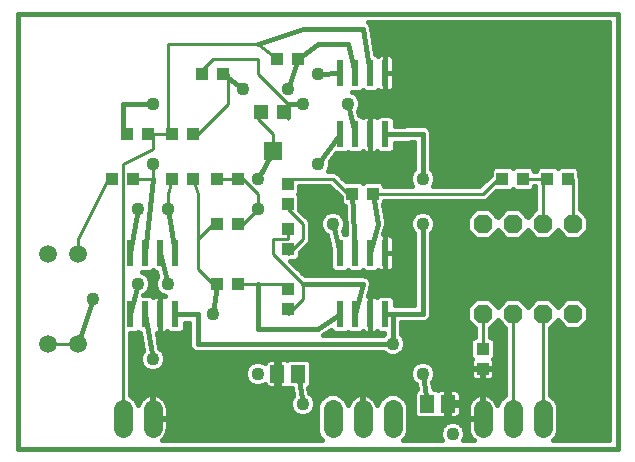
<source format=gtl>
G75*
%MOIN*%
%OFA0B0*%
%FSLAX24Y24*%
%IPPOS*%
%LPD*%
%AMOC8*
5,1,8,0,0,1.08239X$1,22.5*
%
%ADD10C,0.0160*%
%ADD11R,0.0236X0.0866*%
%ADD12OC8,0.0630*%
%ADD13R,0.0394X0.0433*%
%ADD14R,0.0433X0.0394*%
%ADD15C,0.0594*%
%ADD16R,0.0591X0.0630*%
%ADD17R,0.0472X0.0472*%
%ADD18C,0.0640*%
%ADD19R,0.0512X0.0591*%
%ADD20C,0.0100*%
%ADD21C,0.0440*%
%ADD22C,0.0436*%
D10*
X000180Y000550D02*
X020180Y000550D01*
X020180Y015050D01*
X000180Y015050D01*
X000180Y000550D01*
X003930Y002329D02*
X003930Y004393D01*
X004131Y004393D01*
X004180Y004442D01*
X004229Y004393D01*
X004253Y004393D01*
X004352Y003813D01*
X004326Y003787D01*
X004262Y003633D01*
X004262Y003467D01*
X004326Y003313D01*
X004443Y003196D01*
X004597Y003132D01*
X004763Y003132D01*
X004917Y003196D01*
X005034Y003313D01*
X005098Y003467D01*
X005098Y003633D01*
X005034Y003787D01*
X004917Y003904D01*
X004903Y003910D01*
X004818Y004413D01*
X004930Y004413D01*
X005072Y004413D01*
X005118Y004426D01*
X005159Y004449D01*
X005166Y004456D01*
X005229Y004393D01*
X005631Y004393D01*
X005748Y004510D01*
X005748Y004746D01*
X005900Y004746D01*
X005900Y003994D01*
X005943Y003891D01*
X006021Y003813D01*
X006124Y003770D01*
X012369Y003770D01*
X012443Y003696D01*
X012597Y003632D01*
X012763Y003632D01*
X012917Y003696D01*
X013034Y003813D01*
X013098Y003967D01*
X013098Y004133D01*
X013034Y004287D01*
X012960Y004361D01*
X012960Y004770D01*
X013736Y004770D01*
X013839Y004813D01*
X013917Y004891D01*
X013960Y004994D01*
X013960Y007739D01*
X014034Y007813D01*
X014098Y007967D01*
X014098Y008133D01*
X014034Y008287D01*
X013917Y008404D01*
X013763Y008468D01*
X013597Y008468D01*
X013443Y008404D01*
X013326Y008287D01*
X013262Y008133D01*
X013262Y007967D01*
X013326Y007813D01*
X013400Y007739D01*
X013400Y005330D01*
X012748Y005330D01*
X012748Y005542D01*
X012631Y005659D01*
X012229Y005659D01*
X012166Y005596D01*
X012159Y005603D01*
X012118Y005627D01*
X012072Y005639D01*
X011930Y005639D01*
X011868Y005639D01*
X011947Y005963D01*
X011960Y005994D01*
X011960Y006016D01*
X011965Y006038D01*
X011960Y006071D01*
X011960Y006106D01*
X011952Y006126D01*
X011948Y006148D01*
X011930Y006177D01*
X011917Y006209D01*
X011902Y006224D01*
X011890Y006243D01*
X011863Y006263D01*
X011839Y006287D01*
X011818Y006296D01*
X011801Y006309D01*
X011767Y006317D01*
X011736Y006330D01*
X011714Y006330D01*
X011692Y006335D01*
X011659Y006330D01*
X009754Y006330D01*
X009268Y006816D01*
X009274Y006819D01*
X009479Y006819D01*
X009597Y006936D01*
X009597Y007113D01*
X009822Y007338D01*
X009892Y007408D01*
X009930Y007500D01*
X009930Y008100D01*
X009892Y008192D01*
X009577Y008507D01*
X009577Y009015D01*
X009542Y009050D01*
X009577Y009085D01*
X009577Y009300D01*
X010576Y009300D01*
X010949Y008928D01*
X010949Y008751D01*
X011066Y008633D01*
X011083Y008633D01*
X011123Y007707D01*
X011057Y007707D01*
X011031Y007809D01*
X011034Y007813D01*
X011098Y007967D01*
X011098Y008133D01*
X011034Y008287D01*
X010917Y008404D01*
X010763Y008468D01*
X010597Y008468D01*
X010443Y008404D01*
X010326Y008287D01*
X010262Y008133D01*
X010262Y007967D01*
X010326Y007813D01*
X010443Y007696D01*
X010486Y007678D01*
X010612Y007187D01*
X010612Y006558D01*
X010729Y006441D01*
X011131Y006441D01*
X011180Y006490D01*
X011229Y006441D01*
X011631Y006441D01*
X011680Y006490D01*
X011729Y006441D01*
X012131Y006441D01*
X012194Y006504D01*
X012201Y006497D01*
X012242Y006473D01*
X012288Y006461D01*
X012430Y006461D01*
X012572Y006461D01*
X012618Y006473D01*
X012659Y006497D01*
X012692Y006530D01*
X012716Y006571D01*
X012728Y006617D01*
X012728Y007074D01*
X012728Y007530D01*
X012716Y007576D01*
X012692Y007617D01*
X012659Y007651D01*
X012618Y007674D01*
X012572Y007687D01*
X012430Y007687D01*
X012376Y007687D01*
X012438Y007930D01*
X012440Y007932D01*
X012452Y007984D01*
X012465Y008035D01*
X012465Y008038D01*
X012465Y008041D01*
X012457Y008093D01*
X012449Y008145D01*
X012448Y008148D01*
X012357Y008696D01*
X012411Y008751D01*
X012411Y008800D01*
X015730Y008800D01*
X015822Y008838D01*
X016117Y009133D01*
X016625Y009133D01*
X016680Y009188D01*
X016735Y009133D01*
X017294Y009133D01*
X017411Y009251D01*
X017411Y009300D01*
X017430Y009300D01*
X017430Y008528D01*
X017180Y008278D01*
X016893Y008565D01*
X016467Y008565D01*
X016180Y008278D01*
X015893Y008565D01*
X015467Y008565D01*
X015165Y008263D01*
X015165Y007837D01*
X015467Y007535D01*
X015893Y007535D01*
X016180Y007822D01*
X016467Y007535D01*
X016893Y007535D01*
X017180Y007822D01*
X017467Y007535D01*
X017893Y007535D01*
X018180Y007822D01*
X018467Y007535D01*
X018893Y007535D01*
X019195Y007837D01*
X019195Y008263D01*
X018930Y008528D01*
X018930Y009600D01*
X018911Y009644D01*
X018911Y009849D01*
X018794Y009967D01*
X018235Y009967D01*
X018180Y009912D01*
X018125Y009967D01*
X017566Y009967D01*
X017449Y009849D01*
X017449Y009800D01*
X017411Y009800D01*
X017411Y009849D01*
X017294Y009967D01*
X016735Y009967D01*
X016680Y009912D01*
X016625Y009967D01*
X016066Y009967D01*
X015949Y009849D01*
X015949Y009672D01*
X015576Y009300D01*
X014021Y009300D01*
X014034Y009313D01*
X014098Y009467D01*
X014098Y009633D01*
X014034Y009787D01*
X013960Y009861D01*
X013960Y011106D01*
X013917Y011209D01*
X013839Y011287D01*
X013736Y011330D01*
X013124Y011330D01*
X013067Y011306D01*
X012748Y011306D01*
X012748Y011542D01*
X012631Y011659D01*
X012229Y011659D01*
X012166Y011596D01*
X012159Y011603D01*
X012118Y011627D01*
X012072Y011639D01*
X011930Y011639D01*
X011788Y011639D01*
X011742Y011627D01*
X011701Y011603D01*
X011694Y011596D01*
X011631Y011659D01*
X011564Y011659D01*
X011528Y011806D01*
X011534Y011813D01*
X011598Y011967D01*
X011598Y012133D01*
X011534Y012287D01*
X011417Y012404D01*
X011330Y012441D01*
X011631Y012441D01*
X011680Y012490D01*
X011729Y012441D01*
X012131Y012441D01*
X012194Y012504D01*
X012201Y012497D01*
X012242Y012473D01*
X012288Y012461D01*
X012430Y012461D01*
X012572Y012461D01*
X012618Y012473D01*
X012659Y012497D01*
X012692Y012530D01*
X012716Y012571D01*
X012728Y012617D01*
X012728Y013074D01*
X012728Y013530D01*
X012716Y013576D01*
X012692Y013617D01*
X012659Y013651D01*
X012618Y013674D01*
X012572Y013687D01*
X012430Y013687D01*
X012288Y013687D01*
X012242Y013674D01*
X012201Y013651D01*
X012194Y013644D01*
X012131Y013707D01*
X012107Y013707D01*
X011960Y014574D01*
X011960Y014606D01*
X011951Y014628D01*
X011947Y014652D01*
X011930Y014679D01*
X011917Y014709D01*
X011900Y014726D01*
X011888Y014746D01*
X011861Y014765D01*
X011856Y014770D01*
X019900Y014770D01*
X019900Y000830D01*
X018015Y000830D01*
X018121Y000935D01*
X018200Y001127D01*
X018200Y001973D01*
X018121Y002165D01*
X017975Y002311D01*
X017930Y002329D01*
X017930Y004572D01*
X018180Y004822D01*
X018467Y004535D01*
X018893Y004535D01*
X019195Y004837D01*
X019195Y005263D01*
X018893Y005565D01*
X018467Y005565D01*
X018180Y005278D01*
X017893Y005565D01*
X017467Y005565D01*
X017180Y005278D01*
X016893Y005565D01*
X016467Y005565D01*
X016180Y005278D01*
X015893Y005565D01*
X015467Y005565D01*
X015165Y005263D01*
X015165Y004837D01*
X015430Y004572D01*
X015430Y004281D01*
X015381Y004281D01*
X015263Y004164D01*
X015263Y003605D01*
X015333Y003536D01*
X015319Y003523D01*
X015296Y003482D01*
X015283Y003436D01*
X015283Y003234D01*
X015662Y003234D01*
X015662Y003197D01*
X015698Y003197D01*
X015698Y002839D01*
X015920Y002839D01*
X015966Y002851D01*
X016007Y002874D01*
X016041Y002908D01*
X016064Y002949D01*
X016077Y002995D01*
X016077Y003197D01*
X015698Y003197D01*
X015698Y003234D01*
X016077Y003234D01*
X016077Y003436D01*
X016064Y003482D01*
X016041Y003523D01*
X016027Y003536D01*
X016097Y003605D01*
X016097Y004164D01*
X015979Y004281D01*
X015930Y004281D01*
X015930Y004572D01*
X016180Y004822D01*
X016430Y004572D01*
X016430Y002329D01*
X016385Y002311D01*
X016239Y002165D01*
X016167Y001990D01*
X016143Y002062D01*
X016108Y002132D01*
X016061Y002196D01*
X016006Y002251D01*
X015942Y002298D01*
X015872Y002333D01*
X015797Y002358D01*
X015719Y002370D01*
X015700Y002370D01*
X015700Y001570D01*
X015660Y001570D01*
X015660Y002370D01*
X015641Y002370D01*
X015563Y002358D01*
X015488Y002333D01*
X015418Y002298D01*
X015354Y002251D01*
X015299Y002196D01*
X015252Y002132D01*
X015217Y002062D01*
X015192Y001987D01*
X015180Y001909D01*
X015180Y001570D01*
X015660Y001570D01*
X015660Y001530D01*
X015180Y001530D01*
X015180Y001191D01*
X015192Y001113D01*
X015217Y001038D01*
X015252Y000968D01*
X015299Y000904D01*
X015354Y000849D01*
X015380Y000830D01*
X015041Y000830D01*
X015098Y000967D01*
X015098Y001133D01*
X015034Y001287D01*
X014917Y001404D01*
X014763Y001468D01*
X014597Y001468D01*
X014443Y001404D01*
X014326Y001287D01*
X014262Y001133D01*
X014262Y000967D01*
X014319Y000830D01*
X013015Y000830D01*
X013121Y000935D01*
X013200Y001127D01*
X013200Y001973D01*
X013121Y002165D01*
X012975Y002311D01*
X012783Y002390D01*
X012577Y002390D01*
X012385Y002311D01*
X012239Y002165D01*
X012167Y001990D01*
X012143Y002062D01*
X012108Y002132D01*
X012061Y002196D01*
X012006Y002251D01*
X011942Y002298D01*
X011872Y002333D01*
X011797Y002358D01*
X011719Y002370D01*
X011700Y002370D01*
X011700Y001570D01*
X011660Y001570D01*
X011660Y002370D01*
X011641Y002370D01*
X011563Y002358D01*
X011488Y002333D01*
X011418Y002298D01*
X011354Y002251D01*
X011299Y002196D01*
X011252Y002132D01*
X011217Y002062D01*
X011193Y001990D01*
X011121Y002165D01*
X010975Y002311D01*
X010783Y002390D01*
X010577Y002390D01*
X010385Y002311D01*
X010239Y002165D01*
X010160Y001973D01*
X010160Y001127D01*
X010239Y000935D01*
X010345Y000830D01*
X004980Y000830D01*
X005006Y000849D01*
X005061Y000904D01*
X005108Y000968D01*
X005143Y001038D01*
X005168Y001113D01*
X005180Y001191D01*
X005180Y001530D01*
X004700Y001530D01*
X004700Y001570D01*
X004660Y001570D01*
X004660Y002370D01*
X004641Y002370D01*
X004563Y002358D01*
X004488Y002333D01*
X004418Y002298D01*
X004354Y002251D01*
X004299Y002196D01*
X004252Y002132D01*
X004217Y002062D01*
X004193Y001990D01*
X004121Y002165D01*
X003975Y002311D01*
X003930Y002329D01*
X003992Y002294D02*
X004412Y002294D01*
X004255Y002135D02*
X004133Y002135D01*
X003930Y002452D02*
X009330Y002452D01*
X009313Y002555D02*
X009353Y002314D01*
X009326Y002287D01*
X009262Y002133D01*
X009262Y001967D01*
X009326Y001813D01*
X009443Y001696D01*
X009597Y001632D01*
X009763Y001632D01*
X009917Y001696D01*
X010034Y001813D01*
X010098Y001967D01*
X010098Y002133D01*
X010034Y002287D01*
X009917Y002404D01*
X009904Y002410D01*
X009877Y002578D01*
X009971Y002672D01*
X009971Y003428D01*
X009853Y003545D01*
X009176Y003545D01*
X009149Y003519D01*
X009125Y003525D01*
X008893Y003525D01*
X008893Y003098D01*
X008797Y003098D01*
X008797Y003525D01*
X008566Y003525D01*
X008520Y003513D01*
X008479Y003489D01*
X008445Y003456D01*
X008422Y003415D01*
X008419Y003403D01*
X008418Y003403D01*
X008419Y003403D02*
X008417Y003404D01*
X008263Y003468D01*
X008097Y003468D01*
X007943Y003404D01*
X007826Y003287D01*
X007762Y003133D01*
X007762Y002967D01*
X007826Y002813D01*
X007943Y002696D01*
X008097Y002632D01*
X008263Y002632D01*
X008417Y002696D01*
X008419Y002697D01*
X008422Y002685D01*
X008445Y002644D01*
X008479Y002611D01*
X008520Y002587D01*
X008566Y002575D01*
X008797Y002575D01*
X008797Y003002D01*
X008893Y003002D01*
X008893Y002575D01*
X009125Y002575D01*
X009149Y002581D01*
X009176Y002555D01*
X009313Y002555D01*
X009332Y002294D02*
X004948Y002294D01*
X004942Y002298D02*
X004872Y002333D01*
X004797Y002358D01*
X004719Y002370D01*
X004700Y002370D01*
X004700Y001570D01*
X005180Y001570D01*
X005180Y001909D01*
X005168Y001987D01*
X005143Y002062D01*
X005108Y002132D01*
X005061Y002196D01*
X005006Y002251D01*
X004942Y002298D01*
X005105Y002135D02*
X009263Y002135D01*
X009262Y001977D02*
X005169Y001977D01*
X005180Y001818D02*
X009324Y001818D01*
X009530Y001660D02*
X005180Y001660D01*
X005180Y001501D02*
X010160Y001501D01*
X010160Y001343D02*
X005180Y001343D01*
X005179Y001184D02*
X010160Y001184D01*
X010202Y001026D02*
X005137Y001026D01*
X005024Y000867D02*
X010308Y000867D01*
X010160Y001660D02*
X009830Y001660D01*
X010036Y001818D02*
X010160Y001818D01*
X010161Y001977D02*
X010098Y001977D01*
X010097Y002135D02*
X010227Y002135D01*
X010368Y002294D02*
X010028Y002294D01*
X009897Y002452D02*
X013413Y002452D01*
X013389Y002428D02*
X013389Y001672D01*
X013507Y001555D01*
X014184Y001555D01*
X014211Y001581D01*
X014235Y001575D01*
X014467Y001575D01*
X014467Y002002D01*
X014563Y002002D01*
X014563Y002098D01*
X014951Y002098D01*
X014951Y002369D01*
X014938Y002415D01*
X014915Y002456D01*
X014881Y002489D01*
X014840Y002513D01*
X014794Y002525D01*
X014563Y002525D01*
X014563Y002098D01*
X014467Y002098D01*
X014467Y002525D01*
X014235Y002525D01*
X014211Y002519D01*
X014184Y002545D01*
X014047Y002545D01*
X014007Y002786D01*
X014034Y002813D01*
X014098Y002967D01*
X014098Y003133D01*
X014034Y003287D01*
X013917Y003404D01*
X013763Y003468D01*
X013597Y003468D01*
X013443Y003404D01*
X013326Y003287D01*
X013262Y003133D01*
X013262Y002967D01*
X013326Y002813D01*
X013443Y002696D01*
X013456Y002690D01*
X013483Y002522D01*
X013389Y002428D01*
X013389Y002294D02*
X012992Y002294D01*
X013133Y002135D02*
X013389Y002135D01*
X013389Y001977D02*
X013199Y001977D01*
X013200Y001818D02*
X013389Y001818D01*
X013402Y001660D02*
X013200Y001660D01*
X013200Y001501D02*
X015180Y001501D01*
X015180Y001343D02*
X014979Y001343D01*
X015077Y001184D02*
X015181Y001184D01*
X015223Y001026D02*
X015098Y001026D01*
X015057Y000867D02*
X015336Y000867D01*
X015180Y001660D02*
X014923Y001660D01*
X014915Y001644D02*
X014938Y001685D01*
X014951Y001731D01*
X014951Y002002D01*
X014563Y002002D01*
X014563Y001575D01*
X014794Y001575D01*
X014840Y001587D01*
X014881Y001611D01*
X014915Y001644D01*
X014951Y001818D02*
X015180Y001818D01*
X015191Y001977D02*
X014951Y001977D01*
X014951Y002135D02*
X015255Y002135D01*
X015412Y002294D02*
X014951Y002294D01*
X014917Y002452D02*
X016430Y002452D01*
X016430Y002611D02*
X014036Y002611D01*
X014010Y002769D02*
X016430Y002769D01*
X016430Y002928D02*
X016052Y002928D01*
X016077Y003086D02*
X016430Y003086D01*
X016430Y003245D02*
X016077Y003245D01*
X016077Y003403D02*
X016430Y003403D01*
X016430Y003562D02*
X016053Y003562D01*
X016097Y003720D02*
X016430Y003720D01*
X016430Y003879D02*
X016097Y003879D01*
X016097Y004037D02*
X016430Y004037D01*
X016430Y004196D02*
X016065Y004196D01*
X015930Y004354D02*
X016430Y004354D01*
X016430Y004513D02*
X015930Y004513D01*
X016029Y004671D02*
X016331Y004671D01*
X016207Y005305D02*
X016153Y005305D01*
X015995Y005464D02*
X016365Y005464D01*
X016995Y005464D02*
X017365Y005464D01*
X017207Y005305D02*
X017153Y005305D01*
X017995Y005464D02*
X018365Y005464D01*
X018207Y005305D02*
X018153Y005305D01*
X018029Y004671D02*
X018331Y004671D01*
X017930Y004513D02*
X019900Y004513D01*
X019900Y004671D02*
X019029Y004671D01*
X019188Y004830D02*
X019900Y004830D01*
X019900Y004988D02*
X019195Y004988D01*
X019195Y005147D02*
X019900Y005147D01*
X019900Y005305D02*
X019153Y005305D01*
X018995Y005464D02*
X019900Y005464D01*
X019900Y005622D02*
X013960Y005622D01*
X013960Y005464D02*
X015365Y005464D01*
X015207Y005305D02*
X013960Y005305D01*
X013960Y005147D02*
X015165Y005147D01*
X015165Y004988D02*
X013957Y004988D01*
X013855Y004830D02*
X015172Y004830D01*
X015331Y004671D02*
X012960Y004671D01*
X012960Y004513D02*
X015430Y004513D01*
X015430Y004354D02*
X012967Y004354D01*
X013072Y004196D02*
X015295Y004196D01*
X015263Y004037D02*
X013098Y004037D01*
X013062Y003879D02*
X015263Y003879D01*
X015263Y003720D02*
X012941Y003720D01*
X012680Y004050D02*
X012680Y005026D01*
X012680Y005050D01*
X013680Y005050D01*
X013680Y008050D01*
X014046Y007841D02*
X015165Y007841D01*
X015165Y008000D02*
X014098Y008000D01*
X014088Y008158D02*
X015165Y008158D01*
X015218Y008317D02*
X014005Y008317D01*
X013355Y008317D02*
X012420Y008317D01*
X012394Y008475D02*
X015377Y008475D01*
X015983Y008475D02*
X016377Y008475D01*
X016218Y008317D02*
X016142Y008317D01*
X016041Y007683D02*
X016319Y007683D01*
X017041Y007683D02*
X017319Y007683D01*
X018041Y007683D02*
X018319Y007683D01*
X019041Y007683D02*
X019900Y007683D01*
X019900Y007841D02*
X019195Y007841D01*
X019195Y008000D02*
X019900Y008000D01*
X019900Y008158D02*
X019195Y008158D01*
X019142Y008317D02*
X019900Y008317D01*
X019900Y008475D02*
X018983Y008475D01*
X018930Y008634D02*
X019900Y008634D01*
X019900Y008792D02*
X018930Y008792D01*
X018930Y008951D02*
X019900Y008951D01*
X019900Y009109D02*
X018930Y009109D01*
X018930Y009268D02*
X019900Y009268D01*
X019900Y009426D02*
X018930Y009426D01*
X018930Y009585D02*
X019900Y009585D01*
X019900Y009743D02*
X018911Y009743D01*
X018859Y009902D02*
X019900Y009902D01*
X019900Y010060D02*
X013960Y010060D01*
X013960Y009902D02*
X016001Y009902D01*
X015949Y009743D02*
X014053Y009743D01*
X014098Y009585D02*
X015861Y009585D01*
X015702Y009426D02*
X014081Y009426D01*
X013680Y009550D02*
X013680Y011050D01*
X013180Y011050D01*
X013180Y011026D01*
X012430Y011026D01*
X012748Y010746D02*
X013236Y010746D01*
X013293Y010770D01*
X013400Y010770D01*
X013400Y009861D01*
X013326Y009787D01*
X013262Y009633D01*
X013262Y009467D01*
X013326Y009313D01*
X013339Y009300D01*
X012411Y009300D01*
X012411Y009349D01*
X012294Y009467D01*
X011735Y009467D01*
X011680Y009412D01*
X011625Y009467D01*
X011117Y009467D01*
X010822Y009762D01*
X010730Y009800D01*
X010521Y009800D01*
X010534Y009813D01*
X010598Y009967D01*
X010598Y010133D01*
X010598Y010134D01*
X010797Y010393D01*
X011131Y010393D01*
X011180Y010442D01*
X011229Y010393D01*
X011631Y010393D01*
X011694Y010456D01*
X011701Y010449D01*
X011742Y010426D01*
X011788Y010413D01*
X011930Y010413D01*
X012072Y010413D01*
X012118Y010426D01*
X012159Y010449D01*
X012166Y010456D01*
X012229Y010393D01*
X012631Y010393D01*
X012748Y010510D01*
X012748Y010746D01*
X012748Y010694D02*
X013400Y010694D01*
X013400Y010536D02*
X012748Y010536D01*
X013400Y010377D02*
X010784Y010377D01*
X010663Y010219D02*
X013400Y010219D01*
X013400Y010060D02*
X010598Y010060D01*
X010571Y009902D02*
X013400Y009902D01*
X013307Y009743D02*
X010841Y009743D01*
X010999Y009585D02*
X013262Y009585D01*
X013279Y009426D02*
X012335Y009426D01*
X012015Y009050D02*
X012180Y008050D01*
X011930Y007074D01*
X011430Y007074D02*
X011345Y009050D01*
X010926Y008951D02*
X009577Y008951D01*
X009577Y009109D02*
X010767Y009109D01*
X010609Y009268D02*
X009577Y009268D01*
X009577Y008792D02*
X010949Y008792D01*
X011066Y008634D02*
X009577Y008634D01*
X009609Y008475D02*
X011090Y008475D01*
X011097Y008317D02*
X011005Y008317D01*
X011088Y008158D02*
X011103Y008158D01*
X011098Y008000D02*
X011110Y008000D01*
X011117Y007841D02*
X011046Y007841D01*
X010680Y008050D02*
X010930Y007074D01*
X010612Y007049D02*
X009597Y007049D01*
X009551Y006890D02*
X010612Y006890D01*
X010612Y006732D02*
X009352Y006732D01*
X009511Y006573D02*
X010612Y006573D01*
X010607Y007207D02*
X009691Y007207D01*
X009822Y007338D02*
X009822Y007338D01*
X009849Y007366D02*
X010566Y007366D01*
X010526Y007524D02*
X009930Y007524D01*
X009930Y007683D02*
X010475Y007683D01*
X010314Y007841D02*
X009930Y007841D01*
X009930Y008000D02*
X010262Y008000D01*
X010272Y008158D02*
X009906Y008158D01*
X009767Y008317D02*
X010355Y008317D01*
X011666Y009426D02*
X011694Y009426D01*
X012411Y008792D02*
X017430Y008792D01*
X017430Y008634D02*
X012367Y008634D01*
X012446Y008158D02*
X013272Y008158D01*
X013262Y008000D02*
X012456Y008000D01*
X012416Y007841D02*
X013314Y007841D01*
X013400Y007683D02*
X012587Y007683D01*
X012430Y007683D02*
X012430Y007683D01*
X012430Y007687D02*
X012430Y007074D01*
X012430Y007074D01*
X012430Y007687D01*
X012430Y007524D02*
X012430Y007524D01*
X012430Y007366D02*
X012430Y007366D01*
X012430Y007207D02*
X012430Y007207D01*
X012430Y007074D02*
X012728Y007074D01*
X012430Y007074D01*
X012430Y007074D01*
X012430Y006461D01*
X012430Y007074D01*
X012430Y007074D01*
X012430Y007049D02*
X012430Y007049D01*
X012430Y006890D02*
X012430Y006890D01*
X012430Y006732D02*
X012430Y006732D01*
X012430Y006573D02*
X012430Y006573D01*
X012716Y006573D02*
X013400Y006573D01*
X013400Y006415D02*
X009669Y006415D01*
X009680Y006050D02*
X011680Y006050D01*
X011430Y005026D01*
X011930Y005026D02*
X011930Y005639D01*
X011930Y005026D01*
X011930Y004413D01*
X012072Y004413D01*
X012118Y004426D01*
X012159Y004449D01*
X012166Y004456D01*
X012229Y004393D01*
X012400Y004393D01*
X012400Y004361D01*
X012369Y004330D01*
X010356Y004330D01*
X010356Y004330D01*
X010623Y004500D01*
X010729Y004393D01*
X011131Y004393D01*
X011180Y004442D01*
X011229Y004393D01*
X011631Y004393D01*
X011694Y004456D01*
X011701Y004449D01*
X011742Y004426D01*
X011788Y004413D01*
X011930Y004413D01*
X011930Y005026D01*
X011930Y005026D01*
X011930Y005026D01*
X011930Y004988D02*
X011930Y004988D01*
X011930Y004830D02*
X011930Y004830D01*
X011930Y004671D02*
X011930Y004671D01*
X011930Y004513D02*
X011930Y004513D01*
X012393Y004354D02*
X010394Y004354D01*
X010180Y004550D02*
X008180Y004550D01*
X008180Y006050D01*
X006845Y006050D02*
X006680Y005050D01*
X006180Y005026D02*
X006180Y004050D01*
X012680Y004050D01*
X012419Y003720D02*
X005062Y003720D01*
X005098Y003562D02*
X015307Y003562D01*
X015283Y003403D02*
X013918Y003403D01*
X014052Y003245D02*
X015283Y003245D01*
X015283Y003197D02*
X015283Y002995D01*
X015296Y002949D01*
X015319Y002908D01*
X015353Y002874D01*
X015394Y002851D01*
X015440Y002839D01*
X015662Y002839D01*
X015662Y003197D01*
X015283Y003197D01*
X015283Y003086D02*
X014098Y003086D01*
X014082Y002928D02*
X015308Y002928D01*
X015662Y002928D02*
X015698Y002928D01*
X015698Y003086D02*
X015662Y003086D01*
X015660Y002294D02*
X015700Y002294D01*
X015700Y002135D02*
X015660Y002135D01*
X015660Y001977D02*
X015700Y001977D01*
X015700Y001818D02*
X015660Y001818D01*
X015660Y001660D02*
X015700Y001660D01*
X016105Y002135D02*
X016227Y002135D01*
X016368Y002294D02*
X015948Y002294D01*
X014563Y002294D02*
X014467Y002294D01*
X014467Y002452D02*
X014563Y002452D01*
X014563Y002135D02*
X014467Y002135D01*
X014467Y001977D02*
X014563Y001977D01*
X014563Y001818D02*
X014467Y001818D01*
X014467Y001660D02*
X014563Y001660D01*
X014381Y001343D02*
X013200Y001343D01*
X013200Y001184D02*
X014283Y001184D01*
X014262Y001026D02*
X013158Y001026D01*
X013052Y000867D02*
X014303Y000867D01*
X013845Y002050D02*
X013680Y003050D01*
X013370Y002769D02*
X009971Y002769D01*
X009971Y002928D02*
X013278Y002928D01*
X013262Y003086D02*
X009971Y003086D01*
X009971Y003245D02*
X013308Y003245D01*
X013442Y003403D02*
X009971Y003403D01*
X009515Y003050D02*
X009680Y002050D01*
X009909Y002611D02*
X013469Y002611D01*
X012368Y002294D02*
X011948Y002294D01*
X012105Y002135D02*
X012227Y002135D01*
X011700Y002135D02*
X011660Y002135D01*
X011660Y002294D02*
X011700Y002294D01*
X011412Y002294D02*
X010992Y002294D01*
X011133Y002135D02*
X011255Y002135D01*
X011660Y001977D02*
X011700Y001977D01*
X011700Y001818D02*
X011660Y001818D01*
X011660Y001660D02*
X011700Y001660D01*
X008893Y002611D02*
X008797Y002611D01*
X008797Y002769D02*
X008893Y002769D01*
X008893Y002928D02*
X008797Y002928D01*
X008797Y003245D02*
X008893Y003245D01*
X008893Y003403D02*
X008797Y003403D01*
X007942Y003403D02*
X005072Y003403D01*
X004966Y003245D02*
X007808Y003245D01*
X007762Y003086D02*
X003930Y003086D01*
X003930Y002928D02*
X007778Y002928D01*
X007870Y002769D02*
X003930Y002769D01*
X003930Y002611D02*
X008479Y002611D01*
X010180Y004550D02*
X010930Y005026D01*
X011930Y005147D02*
X011930Y005147D01*
X011930Y005305D02*
X011930Y005305D01*
X011930Y005464D02*
X011930Y005464D01*
X011930Y005622D02*
X011930Y005622D01*
X011902Y005781D02*
X013400Y005781D01*
X013400Y005939D02*
X011941Y005939D01*
X011960Y006098D02*
X013400Y006098D01*
X013400Y006256D02*
X011873Y006256D01*
X012728Y006732D02*
X013400Y006732D01*
X013400Y006890D02*
X012728Y006890D01*
X012728Y007049D02*
X013400Y007049D01*
X013400Y007207D02*
X012728Y007207D01*
X012728Y007366D02*
X013400Y007366D01*
X013400Y007524D02*
X012728Y007524D01*
X013960Y007524D02*
X019900Y007524D01*
X019900Y007366D02*
X013960Y007366D01*
X013960Y007207D02*
X019900Y007207D01*
X019900Y007049D02*
X013960Y007049D01*
X013960Y006890D02*
X019900Y006890D01*
X019900Y006732D02*
X013960Y006732D01*
X013960Y006573D02*
X019900Y006573D01*
X019900Y006415D02*
X013960Y006415D01*
X013960Y006256D02*
X019900Y006256D01*
X019900Y006098D02*
X013960Y006098D01*
X013960Y005939D02*
X019900Y005939D01*
X019900Y005781D02*
X013960Y005781D01*
X013400Y005622D02*
X012668Y005622D01*
X012748Y005464D02*
X013400Y005464D01*
X012680Y005026D02*
X012430Y005026D01*
X012192Y005622D02*
X012127Y005622D01*
X013960Y007683D02*
X015319Y007683D01*
X015934Y008951D02*
X017430Y008951D01*
X017430Y009109D02*
X016093Y009109D01*
X016983Y008475D02*
X017377Y008475D01*
X017218Y008317D02*
X017142Y008317D01*
X017411Y009268D02*
X017430Y009268D01*
X017359Y009902D02*
X017501Y009902D01*
X019900Y010219D02*
X013960Y010219D01*
X013960Y010377D02*
X019900Y010377D01*
X019900Y010536D02*
X013960Y010536D01*
X013960Y010694D02*
X019900Y010694D01*
X019900Y010853D02*
X013960Y010853D01*
X013960Y011011D02*
X019900Y011011D01*
X019900Y011170D02*
X013934Y011170D01*
X013740Y011328D02*
X019900Y011328D01*
X019900Y011487D02*
X012748Y011487D01*
X012748Y011328D02*
X013120Y011328D01*
X012645Y011645D02*
X019900Y011645D01*
X019900Y011804D02*
X011528Y011804D01*
X011596Y011962D02*
X019900Y011962D01*
X019900Y012121D02*
X011598Y012121D01*
X011538Y012279D02*
X019900Y012279D01*
X019900Y012438D02*
X011337Y012438D01*
X011180Y012050D02*
X011430Y011026D01*
X011930Y011026D02*
X011930Y011026D01*
X011930Y010413D01*
X011930Y011026D01*
X011930Y011639D01*
X011930Y011026D01*
X011930Y011026D01*
X011930Y011011D02*
X011930Y011011D01*
X011930Y010853D02*
X011930Y010853D01*
X011930Y010694D02*
X011930Y010694D01*
X011930Y010536D02*
X011930Y010536D01*
X011930Y011170D02*
X011930Y011170D01*
X011930Y011328D02*
X011930Y011328D01*
X011930Y011487D02*
X011930Y011487D01*
X011645Y011645D02*
X012215Y011645D01*
X012430Y012461D02*
X012430Y013074D01*
X012430Y013687D01*
X012430Y013074D01*
X012430Y013074D01*
X012728Y013074D01*
X012430Y013074D01*
X012430Y013074D01*
X012430Y012461D01*
X012430Y012596D02*
X012430Y012596D01*
X012430Y012755D02*
X012430Y012755D01*
X012430Y012913D02*
X012430Y012913D01*
X012430Y013072D02*
X012430Y013072D01*
X012430Y013074D02*
X012430Y013074D01*
X012430Y013230D02*
X012430Y013230D01*
X012430Y013389D02*
X012430Y013389D01*
X012430Y013547D02*
X012430Y013547D01*
X012724Y013547D02*
X019900Y013547D01*
X019900Y013389D02*
X012728Y013389D01*
X012728Y013230D02*
X019900Y013230D01*
X019900Y013072D02*
X012728Y013072D01*
X012728Y012913D02*
X019900Y012913D01*
X019900Y012755D02*
X012728Y012755D01*
X012723Y012596D02*
X019900Y012596D01*
X019900Y013706D02*
X012132Y013706D01*
X012080Y013864D02*
X019900Y013864D01*
X019900Y014023D02*
X012053Y014023D01*
X012026Y014181D02*
X019900Y014181D01*
X019900Y014340D02*
X012000Y014340D01*
X011973Y014498D02*
X019900Y014498D01*
X019900Y014657D02*
X011944Y014657D01*
X011680Y014550D02*
X009680Y014550D01*
X008180Y014050D01*
X009515Y013550D02*
X009180Y012550D01*
X009180Y012050D02*
X009680Y012050D01*
X010180Y013050D02*
X010930Y013074D01*
X011430Y013074D02*
X011180Y014050D01*
X010180Y014050D01*
X009515Y013550D01*
X007680Y012550D02*
X007015Y013050D01*
X004680Y012050D02*
X003680Y012050D01*
X003680Y011050D01*
X003845Y011050D01*
X004680Y009550D02*
X004430Y007074D01*
X003930Y007074D02*
X004180Y008550D01*
X005180Y008550D02*
X005430Y007074D01*
X004930Y007074D02*
X005180Y006050D01*
X004858Y005781D02*
X004502Y005781D01*
X004534Y005813D02*
X004598Y005967D01*
X004598Y006133D01*
X004534Y006287D01*
X004417Y006404D01*
X004330Y006441D01*
X004631Y006441D01*
X004680Y006490D01*
X004729Y006441D01*
X004796Y006441D01*
X004832Y006294D01*
X004826Y006287D01*
X004762Y006133D01*
X004762Y005967D01*
X004826Y005813D01*
X004943Y005696D01*
X005091Y005634D01*
X005072Y005639D01*
X004930Y005639D01*
X004788Y005639D01*
X004742Y005627D01*
X004701Y005603D01*
X004694Y005596D01*
X004631Y005659D01*
X004373Y005659D01*
X004378Y005679D01*
X004417Y005696D01*
X004534Y005813D01*
X004587Y005939D02*
X004773Y005939D01*
X004930Y005639D02*
X004930Y005026D01*
X004930Y004413D01*
X004930Y005026D01*
X004930Y005026D01*
X004930Y005026D01*
X004930Y005639D01*
X004930Y005622D02*
X004930Y005622D01*
X004930Y005464D02*
X004930Y005464D01*
X004930Y005305D02*
X004930Y005305D01*
X004930Y005147D02*
X004930Y005147D01*
X004930Y004988D02*
X004930Y004988D01*
X004930Y004830D02*
X004930Y004830D01*
X004930Y004671D02*
X004930Y004671D01*
X004930Y004513D02*
X004930Y004513D01*
X004828Y004354D02*
X005900Y004354D01*
X005900Y004196D02*
X004855Y004196D01*
X004882Y004037D02*
X005900Y004037D01*
X005956Y003879D02*
X004943Y003879D01*
X004680Y003550D02*
X004430Y005026D01*
X003930Y005026D02*
X004180Y006050D01*
X004598Y006098D02*
X004762Y006098D01*
X004813Y006256D02*
X004547Y006256D01*
X004393Y006415D02*
X004803Y006415D01*
X004733Y005622D02*
X004668Y005622D01*
X005430Y005026D02*
X006180Y005026D01*
X005900Y004671D02*
X005748Y004671D01*
X005748Y004513D02*
X005900Y004513D01*
X004287Y004196D02*
X003930Y004196D01*
X003930Y004354D02*
X004260Y004354D01*
X004314Y004037D02*
X003930Y004037D01*
X003930Y003879D02*
X004340Y003879D01*
X004298Y003720D02*
X003930Y003720D01*
X003930Y003562D02*
X004262Y003562D01*
X004288Y003403D02*
X003930Y003403D01*
X003930Y003245D02*
X004394Y003245D01*
X004660Y002294D02*
X004700Y002294D01*
X004700Y002135D02*
X004660Y002135D01*
X004660Y001977D02*
X004700Y001977D01*
X004700Y001818D02*
X004660Y001818D01*
X004660Y001660D02*
X004700Y001660D01*
X002180Y004050D02*
X002680Y005550D01*
X008180Y009550D02*
X008680Y010459D01*
X010180Y010050D02*
X010930Y011026D01*
X011930Y013074D02*
X011680Y014550D01*
X017930Y004354D02*
X019900Y004354D01*
X019900Y004196D02*
X017930Y004196D01*
X017930Y004037D02*
X019900Y004037D01*
X019900Y003879D02*
X017930Y003879D01*
X017930Y003720D02*
X019900Y003720D01*
X019900Y003562D02*
X017930Y003562D01*
X017930Y003403D02*
X019900Y003403D01*
X019900Y003245D02*
X017930Y003245D01*
X017930Y003086D02*
X019900Y003086D01*
X019900Y002928D02*
X017930Y002928D01*
X017930Y002769D02*
X019900Y002769D01*
X019900Y002611D02*
X017930Y002611D01*
X017930Y002452D02*
X019900Y002452D01*
X019900Y002294D02*
X017992Y002294D01*
X018133Y002135D02*
X019900Y002135D01*
X019900Y001977D02*
X018199Y001977D01*
X018200Y001818D02*
X019900Y001818D01*
X019900Y001660D02*
X018200Y001660D01*
X018200Y001501D02*
X019900Y001501D01*
X019900Y001343D02*
X018200Y001343D01*
X018200Y001184D02*
X019900Y001184D01*
X019900Y001026D02*
X018158Y001026D01*
X018052Y000867D02*
X019900Y000867D01*
D11*
X012430Y005026D03*
X011930Y005026D03*
X011430Y005026D03*
X010930Y005026D03*
X010930Y007074D03*
X011430Y007074D03*
X011930Y007074D03*
X012430Y007074D03*
X012430Y011026D03*
X011930Y011026D03*
X011430Y011026D03*
X010930Y011026D03*
X010930Y013074D03*
X011430Y013074D03*
X011930Y013074D03*
X012430Y013074D03*
X005430Y007074D03*
X004930Y007074D03*
X004430Y007074D03*
X003930Y007074D03*
X003930Y005026D03*
X004430Y005026D03*
X004930Y005026D03*
X005430Y005026D03*
D12*
X015680Y005050D03*
X016680Y005050D03*
X017680Y005050D03*
X018680Y005050D03*
X018680Y008050D03*
X017680Y008050D03*
X016680Y008050D03*
X015680Y008050D03*
D13*
X016345Y009550D03*
X017015Y009550D03*
X017845Y009550D03*
X018515Y009550D03*
X012015Y009050D03*
X011345Y009050D03*
X009180Y008715D03*
X009180Y009385D03*
X007515Y009550D03*
X006845Y009550D03*
X006015Y009550D03*
X005345Y009550D03*
X004015Y009550D03*
X003345Y009550D03*
X003845Y011050D03*
X004515Y011050D03*
X005345Y011050D03*
X006015Y011050D03*
X006345Y013050D03*
X007015Y013050D03*
X006845Y008050D03*
X007515Y008050D03*
X007515Y006050D03*
X006845Y006050D03*
D14*
X009180Y005885D03*
X009180Y005215D03*
X009180Y007215D03*
X009180Y007885D03*
X015680Y003885D03*
X015680Y003215D03*
X009515Y013550D03*
X008845Y013550D03*
D15*
X002180Y007050D03*
X001180Y007050D03*
X001180Y004050D03*
X002180Y004050D03*
D16*
X008680Y010459D03*
D17*
X008286Y011769D03*
X009074Y011769D03*
D18*
X010680Y001870D02*
X010680Y001230D01*
X011680Y001230D02*
X011680Y001870D01*
X012680Y001870D02*
X012680Y001230D01*
X015680Y001230D02*
X015680Y001870D01*
X016680Y001870D02*
X016680Y001230D01*
X017680Y001230D02*
X017680Y001870D01*
X004680Y001870D02*
X004680Y001230D01*
X003680Y001230D02*
X003680Y001870D01*
D19*
X008845Y003050D03*
X009515Y003050D03*
X013845Y002050D03*
X014515Y002050D03*
D20*
X016680Y001550D02*
X016680Y005050D01*
X015680Y005050D02*
X015680Y003885D01*
X017680Y005050D02*
X017680Y001550D01*
X009680Y005550D02*
X009680Y006050D01*
X008680Y007050D01*
X008680Y007550D01*
X009180Y007550D01*
X009180Y007885D01*
X009180Y008050D01*
X009180Y008550D02*
X009680Y008050D01*
X009680Y007550D01*
X009180Y007050D01*
X009180Y007215D01*
X009180Y006050D02*
X008180Y006050D01*
X007515Y006050D01*
X006845Y006050D02*
X006680Y006050D01*
X006180Y006550D01*
X006180Y007550D01*
X006180Y009050D01*
X006015Y009550D01*
X006680Y009550D02*
X006845Y009550D01*
X007515Y009550D01*
X007680Y009550D01*
X008180Y009050D01*
X008180Y008550D01*
X007680Y008050D01*
X007515Y008050D01*
X006845Y008050D02*
X006680Y008050D01*
X006180Y007550D01*
X005180Y008550D02*
X005180Y009050D01*
X005345Y009550D01*
X004680Y009550D02*
X004015Y009550D01*
X003680Y010050D02*
X004680Y010550D01*
X004680Y011050D01*
X004515Y011050D01*
X004680Y011050D02*
X005180Y011050D01*
X005345Y011050D01*
X005180Y011050D02*
X005180Y014050D01*
X008180Y014050D01*
X008845Y013550D01*
X008180Y013550D02*
X008180Y013050D01*
X009180Y012050D01*
X009180Y011550D01*
X009074Y011769D01*
X008286Y011769D02*
X008180Y011550D01*
X008680Y011050D01*
X008680Y010459D01*
X009180Y009550D02*
X009180Y009385D01*
X009180Y009550D02*
X010680Y009550D01*
X011180Y009050D01*
X011345Y009050D01*
X012015Y009050D02*
X015680Y009050D01*
X016180Y009550D01*
X016345Y009550D01*
X017015Y009550D02*
X017680Y009550D01*
X017845Y009550D01*
X017680Y009550D02*
X017680Y008050D01*
X018680Y008050D02*
X018680Y009550D01*
X018515Y009550D01*
X009680Y005550D02*
X009180Y005050D01*
X009180Y005215D01*
X009180Y005885D02*
X009180Y006050D01*
X009180Y008550D02*
X009180Y008715D01*
X006180Y011050D02*
X006015Y011050D01*
X006180Y011050D02*
X007180Y012050D01*
X007180Y013050D01*
X007015Y013050D01*
X006680Y013550D02*
X008180Y013550D01*
X006680Y013550D02*
X006180Y013050D01*
X006345Y013050D01*
X004680Y010050D02*
X004680Y009550D01*
X003680Y010050D02*
X003680Y001550D01*
X002180Y004050D02*
X001180Y004050D01*
X002180Y007050D02*
X002180Y007550D01*
X003180Y009550D01*
X003345Y009550D01*
D21*
X004680Y010050D03*
X005180Y008550D03*
X008180Y008550D03*
X004680Y012050D03*
D22*
X007680Y012550D03*
X009180Y012550D03*
X009680Y012050D03*
X010180Y013050D03*
X011180Y012050D03*
X010180Y010050D03*
X008180Y009550D03*
X010680Y008050D03*
X013680Y008050D03*
X013680Y009550D03*
X006680Y005050D03*
X005180Y006050D03*
X004180Y006050D03*
X002680Y005550D03*
X004680Y003550D03*
X008180Y003050D03*
X009680Y002050D03*
X012680Y004050D03*
X013680Y003050D03*
X014680Y001050D03*
X004180Y008550D03*
M02*

</source>
